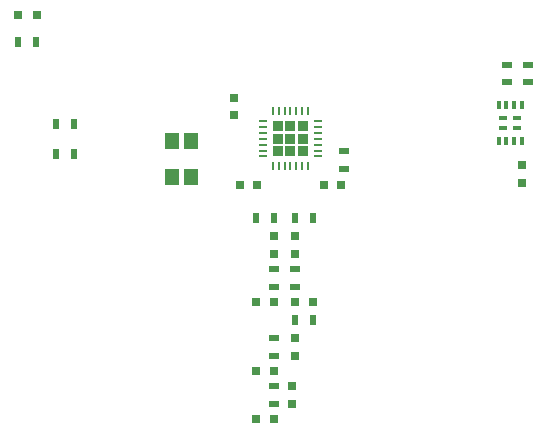
<source format=gtp>
G04 #@! TF.FileFunction,Paste,Top*
%FSLAX46Y46*%
G04 Gerber Fmt 4.6, Leading zero omitted, Abs format (unit mm)*
G04 Created by KiCad (PCBNEW 4.0.7) date Sat Mar 24 05:53:16 2018*
%MOMM*%
%LPD*%
G01*
G04 APERTURE LIST*
%ADD10C,0.100000*%
%ADD11R,0.900000X0.900000*%
%ADD12R,0.240000X0.800000*%
%ADD13R,0.800000X0.240000*%
%ADD14R,0.800000X0.800000*%
%ADD15R,1.150000X1.400000*%
%ADD16R,0.350000X0.650000*%
%ADD17R,0.720000X0.465000*%
%ADD18R,0.800000X0.750000*%
%ADD19R,0.750000X0.800000*%
%ADD20R,0.900000X0.500000*%
%ADD21R,0.500000X0.900000*%
G04 APERTURE END LIST*
D10*
D11*
X77025500Y-59880500D03*
X77025500Y-58801000D03*
X77025500Y-60960000D03*
X78105000Y-58801000D03*
X78105000Y-60960000D03*
X78105000Y-59880500D03*
X75946000Y-58801000D03*
X75946000Y-60960000D03*
D12*
X75525500Y-62230500D03*
X76025500Y-62230500D03*
X76525500Y-62230500D03*
X77025500Y-62230500D03*
X77525500Y-62230500D03*
X78025500Y-62230500D03*
X78525500Y-62230500D03*
D13*
X79375500Y-61380500D03*
X79375500Y-60880500D03*
X79375500Y-60380500D03*
X79375500Y-59880500D03*
X79375500Y-59380500D03*
X79375500Y-58880500D03*
X79375500Y-58380500D03*
D12*
X78525500Y-57530500D03*
X78025500Y-57530500D03*
X77525500Y-57530500D03*
X77025500Y-57530500D03*
X76525500Y-57530500D03*
X76025500Y-57530500D03*
X75525500Y-57530500D03*
D13*
X74675500Y-58380500D03*
X74675500Y-58880500D03*
X74675500Y-59380500D03*
X74675500Y-59880500D03*
X74675500Y-60380500D03*
X74675500Y-60880500D03*
X74675500Y-61380500D03*
D11*
X75946000Y-59880500D03*
D14*
X55537000Y-49403000D03*
X53937000Y-49403000D03*
D15*
X68618000Y-63095000D03*
X68618000Y-60095000D03*
X67018000Y-60095000D03*
X67018000Y-63095000D03*
D16*
X96606000Y-56997000D03*
X95956000Y-56997000D03*
X95306000Y-56997000D03*
X94656000Y-56997000D03*
X94656000Y-60097000D03*
X95306000Y-60097000D03*
X95956000Y-60097000D03*
X96606000Y-60097000D03*
D17*
X95031000Y-58934500D03*
X96231000Y-58934500D03*
X95031000Y-58159500D03*
X96231000Y-58159500D03*
D18*
X74116500Y-83629500D03*
X75616500Y-83629500D03*
D19*
X77152500Y-82347500D03*
X77152500Y-80847500D03*
D18*
X74116500Y-79565500D03*
X75616500Y-79565500D03*
D19*
X77406500Y-78283500D03*
X77406500Y-76783500D03*
D18*
X74116500Y-73723500D03*
X75616500Y-73723500D03*
X78918500Y-73723500D03*
X77418500Y-73723500D03*
D19*
X75628500Y-69647500D03*
X75628500Y-68147500D03*
X77406500Y-69647500D03*
X77406500Y-68147500D03*
D18*
X72719500Y-63817500D03*
X74219500Y-63817500D03*
X81331500Y-63817500D03*
X79831500Y-63817500D03*
D19*
X72263000Y-56400000D03*
X72263000Y-57900000D03*
X96647000Y-63615000D03*
X96647000Y-62115000D03*
D20*
X75628500Y-80847500D03*
X75628500Y-82347500D03*
X75628500Y-76783500D03*
X75628500Y-78283500D03*
D21*
X78918500Y-75247500D03*
X77418500Y-75247500D03*
D20*
X75628500Y-70941500D03*
X75628500Y-72441500D03*
X77406500Y-70941500D03*
X77406500Y-72441500D03*
D21*
X78918500Y-66611500D03*
X77418500Y-66611500D03*
X74116500Y-66611500D03*
X75616500Y-66611500D03*
D20*
X81597500Y-60908500D03*
X81597500Y-62408500D03*
D21*
X58662000Y-61214000D03*
X57162000Y-61214000D03*
X58662000Y-58674000D03*
X57162000Y-58674000D03*
D20*
X97155000Y-53606000D03*
X97155000Y-55106000D03*
X95377000Y-53606000D03*
X95377000Y-55106000D03*
D21*
X53987000Y-51689000D03*
X55487000Y-51689000D03*
M02*

</source>
